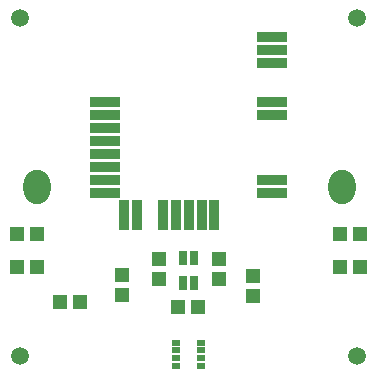
<source format=gbr>
G04 DipTrace 3.2.0.1*
G04 TopMask.gbr*
%MOIN*%
G04 #@! TF.FileFunction,Soldermask,Top*
G04 #@! TF.Part,Single*
%AMOUTLINE4*
4,1,16,
-0.045255,-0.012331,
-0.040831,-0.031568,
-0.028213,-0.047336,
-0.010003,-0.056067,
0.010191,-0.056033,
0.028371,-0.047241,
0.040935,-0.031431,
0.045296,-0.012179,
0.045255,0.012331,
0.040831,0.031568,
0.028213,0.047336,
0.010003,0.056067,
-0.010191,0.056033,
-0.028371,0.047241,
-0.040935,0.031431,
-0.045296,0.012179,
-0.045255,-0.012331,
0*%
%ADD29C,0.059055*%
%ADD32R,0.031496X0.047244*%
%ADD36R,0.027559X0.021654*%
%ADD38R,0.098425X0.035433*%
%ADD40R,0.035433X0.098425*%
%ADD44R,0.047244X0.051181*%
%ADD46R,0.051181X0.047244*%
%ADD53OUTLINE4*%
%FSLAX26Y26*%
G04*
G70*
G90*
G75*
G01*
G04 TopMask*
%LPD*%
D46*
X-505906Y-265748D3*
X-572835D3*
D44*
X-220472Y-360236D3*
Y-293307D3*
D46*
X-429480Y-384189D3*
X-362551D3*
X32358Y-400140D3*
X-34571D3*
D29*
X-562992Y562992D3*
X562992D3*
X-562992Y-562992D3*
X562992D3*
D46*
X-505906Y-157480D3*
X-572835D3*
X572835D3*
X505906D3*
D44*
X215245Y-297623D3*
Y-364552D3*
D46*
X505906Y-265748D3*
X572835D3*
D44*
X-99507Y-306308D3*
Y-239379D3*
D40*
X43307Y-94488D3*
X0D3*
X86614D3*
D38*
X279528Y-19685D3*
Y23622D3*
Y240157D3*
Y283465D3*
Y413386D3*
Y456693D3*
Y500000D3*
X-279528Y-19685D3*
Y23622D3*
Y66929D3*
Y110236D3*
Y153543D3*
Y196850D3*
Y240157D3*
Y283465D3*
D40*
X-43307Y-94488D3*
X-86614D3*
X-173228D3*
X-216535D3*
D36*
X-40354Y-544673D3*
Y-570264D3*
X40354D3*
Y-544673D3*
X-40354Y-519083D3*
Y-595854D3*
X40354D3*
Y-519083D3*
D53*
X511240Y852D3*
X-504505Y-850D3*
D32*
X-17827Y-319323D3*
Y-236646D3*
X17606Y-319323D3*
Y-236646D3*
D44*
X102825Y-306520D3*
Y-239591D3*
M02*

</source>
